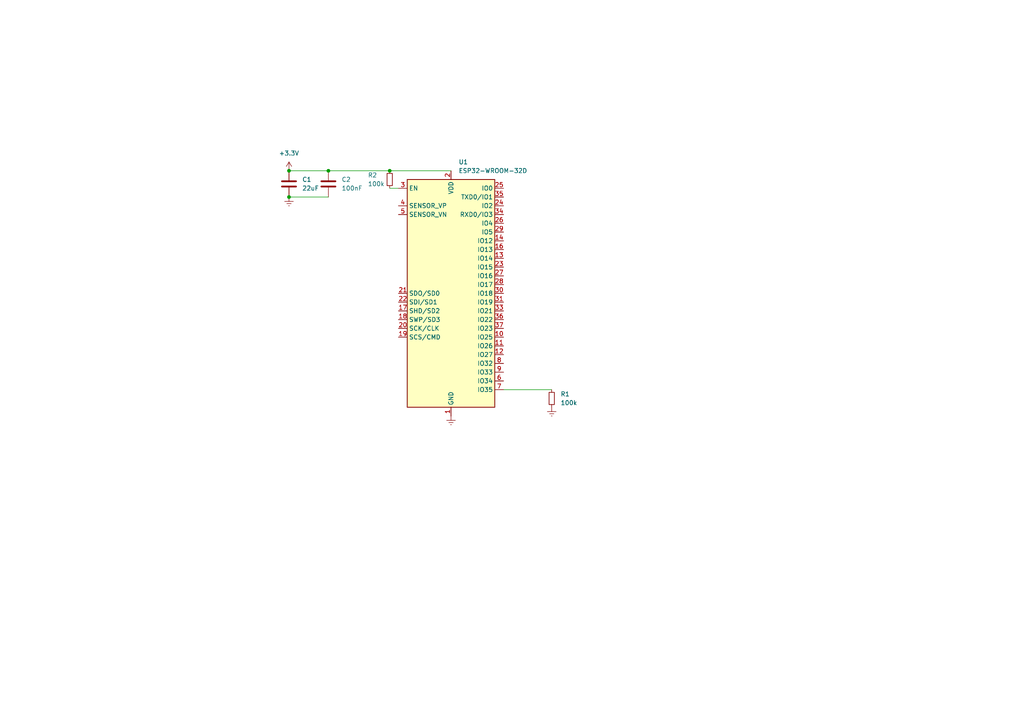
<source format=kicad_sch>
(kicad_sch (version 20230121) (generator eeschema)
  (paper "A4")
  (lib_symbols
    (symbol "Device:C" (pin_numbers hide) (pin_names (offset 0.254))
      (property "Reference" "C" (at 0.635 2.54 0))
      (property "Value" "C" (at 0.635 -2.54 0))
      (symbol "C_0_1"
        (polyline (pts (xy -2.032 -0.762) (xy 2.032 -0.762)) (stroke (width 0.508)))
        (polyline (pts (xy -2.032 0.762) (xy 2.032 0.762)) (stroke (width 0.508)))
      )
      (symbol "C_1_1"
        (pin passive line (at 0 3.81 270) (length 2.794) (name "~") (number "1"))
        (pin passive line (at 0 -3.81 90) (length 2.794) (name "~") (number "2"))
      )
    )
    (symbol "Device:R_Small" (pin_numbers hide) (pin_names (offset 0.254) hide)
      (property "Reference" "R" (at 0.762 0.508 0))
      (property "Value" "R_Small" (at 0.762 -1.016 0))
      (symbol "R_Small_0_1"
        (rectangle (start -0.762 1.778) (end 0.762 -1.778) (stroke (width 0.2032)))
      )
      (symbol "R_Small_1_1"
        (pin passive line (at 0 2.54 270) (length 0.762) (name "~") (number "1"))
        (pin passive line (at 0 -2.54 90) (length 0.762) (name "~") (number "2"))
      )
    )
    (symbol "RF_Module:ESP32-WROOM-32D"
      (property "Reference" "U" (at -12.7 34.29 0))
      (property "Value" "ESP32-WROOM-32D" (at 1.27 34.29 0))
      (symbol "ESP32-WROOM-32D_0_1"
        (rectangle (start -12.7 33.02) (end 12.7 -33.02) (stroke (width 0.254)) (fill (type background)))
      )
      (symbol "ESP32-WROOM-32D_1_1"
        (pin power_in line (at 0 -35.56 90) (length 2.54) (name "GND") (number "1"))
        (pin bidirectional line (at 15.24 -12.7 180) (length 2.54) (name "IO25") (number "10"))
        (pin bidirectional line (at 15.24 -15.24 180) (length 2.54) (name "IO26") (number "11"))
        (pin bidirectional line (at 15.24 -17.78 180) (length 2.54) (name "IO27") (number "12"))
        (pin bidirectional line (at 15.24 10.16 180) (length 2.54) (name "IO14") (number "13"))
        (pin bidirectional line (at 15.24 15.24 180) (length 2.54) (name "IO12") (number "14"))
        (pin passive line (at 0 -35.56 90) (length 2.54) hide (name "GND") (number "15"))
        (pin bidirectional line (at 15.24 12.7 180) (length 2.54) (name "IO13") (number "16"))
        (pin bidirectional line (at -15.24 -5.08 0) (length 2.54) (name "SHD/SD2") (number "17"))
        (pin bidirectional line (at -15.24 -7.62 0) (length 2.54) (name "SWP/SD3") (number "18"))
        (pin bidirectional line (at -15.24 -12.7 0) (length 2.54) (name "SCS/CMD") (number "19"))
        (pin power_in line (at 0 35.56 270) (length 2.54) (name "VDD") (number "2"))
        (pin bidirectional line (at -15.24 -10.16 0) (length 2.54) (name "SCK/CLK") (number "20"))
        (pin bidirectional line (at -15.24 0 0) (length 2.54) (name "SDO/SD0") (number "21"))
        (pin bidirectional line (at -15.24 -2.54 0) (length 2.54) (name "SDI/SD1") (number "22"))
        (pin bidirectional line (at 15.24 7.62 180) (length 2.54) (name "IO15") (number "23"))
        (pin bidirectional line (at 15.24 25.4 180) (length 2.54) (name "IO2") (number "24"))
        (pin bidirectional line (at 15.24 30.48 180) (length 2.54) (name "IO0") (number "25"))
        (pin bidirectional line (at 15.24 20.32 180) (length 2.54) (name "IO4") (number "26"))
        (pin bidirectional line (at 15.24 5.08 180) (length 2.54) (name "IO16") (number "27"))
        (pin bidirectional line (at 15.24 2.54 180) (length 2.54) (name "IO17") (number "28"))
        (pin bidirectional line (at 15.24 17.78 180) (length 2.54) (name "IO5") (number "29"))
        (pin input line (at -15.24 30.48 0) (length 2.54) (name "EN") (number "3"))
        (pin bidirectional line (at 15.24 0 180) (length 2.54) (name "IO18") (number "30"))
        (pin bidirectional line (at 15.24 -2.54 180) (length 2.54) (name "IO19") (number "31"))
        (pin no_connect line (at -12.7 -27.94 0) (length 2.54) hide (name "NC") (number "32"))
        (pin bidirectional line (at 15.24 -5.08 180) (length 2.54) (name "IO21") (number "33"))
        (pin bidirectional line (at 15.24 22.86 180) (length 2.54) (name "RXD0/IO3") (number "34"))
        (pin bidirectional line (at 15.24 27.94 180) (length 2.54) (name "TXD0/IO1") (number "35"))
        (pin bidirectional line (at 15.24 -7.62 180) (length 2.54) (name "IO22") (number "36"))
        (pin bidirectional line (at 15.24 -10.16 180) (length 2.54) (name "IO23") (number "37"))
        (pin passive line (at 0 -35.56 90) (length 2.54) hide (name "GND") (number "38"))
        (pin passive line (at 0 -35.56 90) (length 2.54) hide (name "GND") (number "39"))
        (pin input line (at -15.24 25.4 0) (length 2.54) (name "SENSOR_VP") (number "4"))
        (pin input line (at -15.24 22.86 0) (length 2.54) (name "SENSOR_VN") (number "5"))
        (pin input line (at 15.24 -25.4 180) (length 2.54) (name "IO34") (number "6"))
        (pin input line (at 15.24 -27.94 180) (length 2.54) (name "IO35") (number "7"))
        (pin bidirectional line (at 15.24 -20.32 180) (length 2.54) (name "IO32") (number "8"))
        (pin bidirectional line (at 15.24 -22.86 180) (length 2.54) (name "IO33") (number "9"))
      )
    )
    (symbol "power:+3.3V" (power) (pin_names (offset 0))
      (property "Value" "+3.3V" (at 0 3.556 0))
      (symbol "+3.3V_0_1"
        (polyline (pts (xy -0.762 1.27) (xy 0 2.54)))
        (polyline (pts (xy 0 0) (xy 0 2.54)))
        (polyline (pts (xy 0 2.54) (xy 0.762 1.27)))
      )
      (symbol "+3.3V_1_1"
        (pin power_in line (at 0 0 90) (length 0) hide (name "+3.3V") (number "1"))
      )
    )
    (symbol "power:Earth" (power) (pin_names (offset 0))
      (symbol "Earth_0_1"
        (polyline (pts (xy -0.635 -1.905) (xy 0.635 -1.905)))
        (polyline (pts (xy -0.127 -2.54) (xy 0.127 -2.54)))
        (polyline (pts (xy 0 -1.27) (xy 0 0)))
        (polyline (pts (xy 1.27 -1.27) (xy -1.27 -1.27)))
      )
      (symbol "Earth_1_1"
        (pin power_in line (at 0 0 270) (length 0) hide (name "Earth") (number "1"))
      )
    )
  )
  (junction (at 83.82 49.53))
  (junction (at 113.03 49.53))
  (junction (at 95.25 49.53))
  (junction (at 83.82 57.15))
  (wire (pts (xy 113.03 54.61) (xy 115.57 54.61)))
  (wire (pts (xy 83.82 57.15) (xy 95.25 57.15)))
  (wire (pts (xy 95.25 49.53) (xy 113.03 49.53)))
  (wire (pts (xy 83.82 49.53) (xy 95.25 49.53)))
  (wire (pts (xy 113.03 49.53) (xy 130.81 49.53)))
  (wire (pts (xy 146.05 113.03) (xy 160.02 113.03)))
  (symbol (lib_id "Device:C") (at 83.82 53.34 0) (unit 1)
    (property "Reference" "C1" (at 87.63 52.07 0) (effects (justify left)))
    (property "Value" "22uF" (at 87.63 54.61 0) (effects (justify left)))
  )
  (symbol (lib_id "power:Earth") (at 130.81 120.65 0) (unit 1)
    (property "Reference" "#PWR01" (effects hide))
    (property "Value" "Earth" (effects hide))
  )
  (symbol (lib_id "power:Earth") (at 83.82 57.15 0) (unit 1)
    (property "Reference" "#PWR03" (effects hide))
    (property "Value" "Earth" (effects hide))
  )
  (symbol (lib_id "RF_Module:ESP32-WROOM-32D") (at 130.81 85.09 0) (unit 1)
    (property "Reference" "U1" (at 133.0041 46.99 0) (effects (justify left)))
    (property "Value" "ESP32-WROOM-32D" (at 133.0041 49.53 0) (effects (justify left)))
    (property "Footprint" "RF_Module:ESP32-WROOM-32D" (effects hide))
    (property "Datasheet" "https://www.espressif.com/sites/default/files/documentation/esp32-wroom-32d_esp32-wroom-32u_datasheet_en.pdf" (effects hide))
  )
  (symbol (lib_id "Device:R_Small") (at 160.02 115.57 0) (unit 1)
    (property "Reference" "R1" (at 162.56 114.3 0) (effects (justify left)))
    (property "Value" "100k" (at 162.56 116.84 0) (effects (justify left)))
  )
  (symbol (lib_id "power:+3.3V") (at 83.82 49.53 0) (unit 1)
    (property "Reference" "#PWR04" (effects hide))
    (property "Value" "+3.3V" (at 83.82 44.45 0))
  )
  (symbol (lib_id "Device:C") (at 95.25 53.34 0) (unit 1)
    (property "Reference" "C2" (at 99.06 52.07 0) (effects (justify left)))
    (property "Value" "100nF" (at 99.06 54.61 0) (effects (justify left)))
  )
  (symbol (lib_id "Device:R_Small") (at 113.03 52.07 0) (unit 1)
    (property "Reference" "R2" (at 106.68 50.8 0) (effects (justify left)))
    (property "Value" "100k" (at 106.68 53.34 0) (effects (justify left)))
  )
  (symbol (lib_id "power:Earth") (at 160.02 118.11 0) (unit 1)
    (property "Reference" "#PWR02" (effects hide))
    (property "Value" "Earth" (effects hide))
  )
)
</source>
